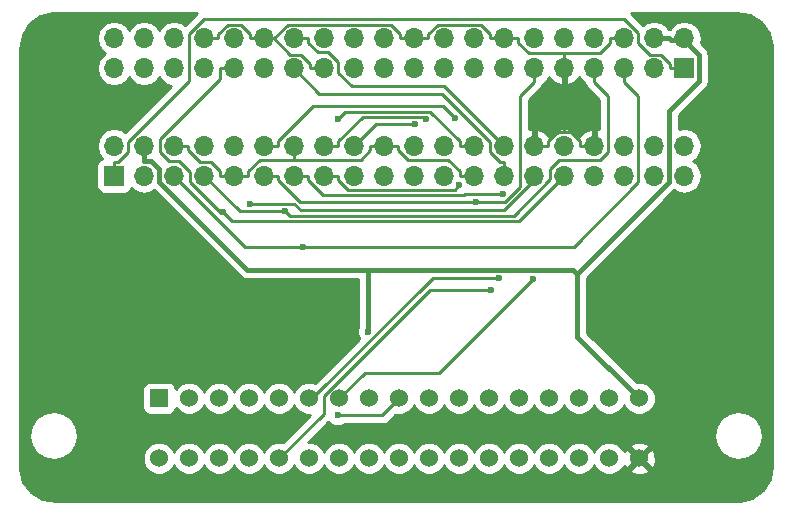
<source format=gtl>
G04 #@! TF.FileFunction,Copper,L1,Top,Signal*
%FSLAX46Y46*%
G04 Gerber Fmt 4.6, Leading zero omitted, Abs format (unit mm)*
G04 Created by KiCad (PCBNEW 4.0.7) date 06/27/18 09:49:36*
%MOMM*%
%LPD*%
G01*
G04 APERTURE LIST*
%ADD10C,0.100000*%
%ADD11R,1.524000X1.524000*%
%ADD12C,1.524000*%
%ADD13R,1.700000X1.700000*%
%ADD14O,1.700000X1.700000*%
%ADD15C,0.600000*%
%ADD16C,0.400000*%
%ADD17C,0.250000*%
%ADD18C,0.254000*%
G04 APERTURE END LIST*
D10*
D11*
X133350000Y-111760000D03*
D12*
X133350000Y-116840000D03*
X135890000Y-111760000D03*
X135890000Y-116840000D03*
X138430000Y-111760000D03*
X138430000Y-116840000D03*
X140970000Y-111760000D03*
X140970000Y-116840000D03*
X143510000Y-111760000D03*
X143510000Y-116840000D03*
X146050000Y-111760000D03*
X146050000Y-116840000D03*
X148590000Y-111760000D03*
X148590000Y-116840000D03*
X151130000Y-111760000D03*
X151130000Y-116840000D03*
X153670000Y-111760000D03*
X153670000Y-116840000D03*
X156210000Y-111760000D03*
X156210000Y-116840000D03*
X158750000Y-111760000D03*
X158750000Y-116840000D03*
X161290000Y-111760000D03*
X161290000Y-116840000D03*
X163830000Y-111760000D03*
X163830000Y-116840000D03*
X166370000Y-111760000D03*
X166370000Y-116840000D03*
X168910000Y-111760000D03*
X168910000Y-116840000D03*
X171450000Y-111760000D03*
X171450000Y-116840000D03*
X173990000Y-111760000D03*
X173990000Y-116840000D03*
D13*
X177800000Y-83820000D03*
D14*
X177800000Y-81280000D03*
X175260000Y-83820000D03*
X175260000Y-81280000D03*
X172720000Y-83820000D03*
X172720000Y-81280000D03*
X170180000Y-83820000D03*
X170180000Y-81280000D03*
X167640000Y-83820000D03*
X167640000Y-81280000D03*
X165100000Y-83820000D03*
X165100000Y-81280000D03*
X162560000Y-83820000D03*
X162560000Y-81280000D03*
X160020000Y-83820000D03*
X160020000Y-81280000D03*
X157480000Y-83820000D03*
X157480000Y-81280000D03*
X154940000Y-83820000D03*
X154940000Y-81280000D03*
X152400000Y-83820000D03*
X152400000Y-81280000D03*
X149860000Y-83820000D03*
X149860000Y-81280000D03*
X147320000Y-83820000D03*
X147320000Y-81280000D03*
X144780000Y-83820000D03*
X144780000Y-81280000D03*
X142240000Y-83820000D03*
X142240000Y-81280000D03*
X139700000Y-83820000D03*
X139700000Y-81280000D03*
X137160000Y-83820000D03*
X137160000Y-81280000D03*
X134620000Y-83820000D03*
X134620000Y-81280000D03*
X132080000Y-83820000D03*
X132080000Y-81280000D03*
X129540000Y-83820000D03*
X129540000Y-81280000D03*
D13*
X129540000Y-92913200D03*
D14*
X129540000Y-90373200D03*
X132080000Y-92913200D03*
X132080000Y-90373200D03*
X134620000Y-92913200D03*
X134620000Y-90373200D03*
X137160000Y-92913200D03*
X137160000Y-90373200D03*
X139700000Y-92913200D03*
X139700000Y-90373200D03*
X142240000Y-92913200D03*
X142240000Y-90373200D03*
X144780000Y-92913200D03*
X144780000Y-90373200D03*
X147320000Y-92913200D03*
X147320000Y-90373200D03*
X149860000Y-92913200D03*
X149860000Y-90373200D03*
X152400000Y-92913200D03*
X152400000Y-90373200D03*
X154940000Y-92913200D03*
X154940000Y-90373200D03*
X157480000Y-92913200D03*
X157480000Y-90373200D03*
X160020000Y-92913200D03*
X160020000Y-90373200D03*
X162560000Y-92913200D03*
X162560000Y-90373200D03*
X165100000Y-92913200D03*
X165100000Y-90373200D03*
X167640000Y-92913200D03*
X167640000Y-90373200D03*
X170180000Y-92913200D03*
X170180000Y-90373200D03*
X172720000Y-92913200D03*
X172720000Y-90373200D03*
X175260000Y-92913200D03*
X175260000Y-90373200D03*
X177800000Y-92913200D03*
X177800000Y-90373200D03*
D15*
X151052100Y-106146700D03*
X145541200Y-98924700D03*
X144032500Y-95910600D03*
X162444100Y-94433700D03*
X158417800Y-88022900D03*
X158750000Y-93704400D03*
X155962400Y-88110900D03*
X155013600Y-88549800D03*
X160209700Y-95170600D03*
X148495300Y-88087200D03*
X141046000Y-95284000D03*
X138719800Y-95957600D03*
X162119800Y-101585600D03*
X164997200Y-101658500D03*
X148456600Y-113189300D03*
X161458600Y-102546000D03*
D16*
X177800000Y-81280000D02*
X177800000Y-81436200D01*
X175260000Y-81280000D02*
X176510300Y-81280000D01*
X176666500Y-81436200D02*
X177800000Y-81436200D01*
X176510300Y-81280000D02*
X176666500Y-81436200D01*
X176530000Y-93420400D02*
X168764900Y-101185500D01*
X176530000Y-87394400D02*
X176530000Y-93420400D01*
X179050400Y-84874000D02*
X176530000Y-87394400D01*
X179050400Y-82686600D02*
X179050400Y-84874000D01*
X177800000Y-81436200D02*
X179050400Y-82686600D01*
X168764900Y-106534900D02*
X173990000Y-111760000D01*
X168764900Y-101185500D02*
X168764900Y-106534900D01*
X132080000Y-90373200D02*
X132080000Y-91623500D01*
X168424700Y-100845300D02*
X168764900Y-101185500D01*
X151052100Y-100845300D02*
X168424700Y-100845300D01*
X151052100Y-106146700D02*
X151052100Y-100845300D01*
X132627100Y-91623500D02*
X132080000Y-91623500D01*
X133330300Y-92326700D02*
X132627100Y-91623500D01*
X133330300Y-93411800D02*
X133330300Y-92326700D01*
X140763800Y-100845300D02*
X133330300Y-93411800D01*
X151052100Y-100845300D02*
X140763800Y-100845300D01*
D17*
X172720000Y-83820000D02*
X172720000Y-84995300D01*
X140631500Y-98924700D02*
X145541200Y-98924700D01*
X134620000Y-92913200D02*
X140631500Y-98924700D01*
X173895300Y-86170600D02*
X172720000Y-84995300D01*
X173895300Y-93474600D02*
X173895300Y-86170600D01*
X168445200Y-98924700D02*
X173895300Y-93474600D01*
X145541200Y-98924700D02*
X168445200Y-98924700D01*
X147320000Y-83820000D02*
X146144700Y-83820000D01*
X134620000Y-90373200D02*
X135795300Y-90373200D01*
X144780000Y-90373200D02*
X144780000Y-91548500D01*
X138524700Y-92545800D02*
X138524700Y-92913200D01*
X137716800Y-91737900D02*
X138524700Y-92545800D01*
X136792600Y-91737900D02*
X137716800Y-91737900D01*
X135795300Y-90740600D02*
X136792600Y-91737900D01*
X135795300Y-90373200D02*
X135795300Y-90740600D01*
X139700000Y-92913200D02*
X140875300Y-92913200D01*
X139700000Y-92913200D02*
X138524700Y-92913200D01*
X160020000Y-92913200D02*
X158844700Y-92913200D01*
X158844700Y-92545800D02*
X158844700Y-92913200D01*
X157847400Y-91548500D02*
X158844700Y-92545800D01*
X154383200Y-91548500D02*
X157847400Y-91548500D01*
X153575300Y-90740600D02*
X154383200Y-91548500D01*
X153575300Y-90373200D02*
X153575300Y-90740600D01*
X141872700Y-91548500D02*
X144780000Y-91548500D01*
X140875300Y-92545900D02*
X141872700Y-91548500D01*
X140875300Y-92913200D02*
X140875300Y-92545900D01*
X151224700Y-90740600D02*
X151224700Y-90373200D01*
X150416800Y-91548500D02*
X151224700Y-90740600D01*
X144780000Y-91548500D02*
X150416800Y-91548500D01*
X152400000Y-90373200D02*
X151224700Y-90373200D01*
X165100000Y-90373200D02*
X166275300Y-90373200D01*
X170180000Y-90373200D02*
X169004700Y-90373200D01*
X167640000Y-83820000D02*
X167640000Y-84995300D01*
X172720000Y-81280000D02*
X171544700Y-81280000D01*
X167640000Y-89197900D02*
X167640000Y-84995300D01*
X167083300Y-89197900D02*
X167640000Y-89197900D01*
X166275300Y-90005900D02*
X167083300Y-89197900D01*
X166275300Y-90373200D02*
X166275300Y-90005900D01*
X169004700Y-90005800D02*
X169004700Y-90373200D01*
X168196800Y-89197900D02*
X169004700Y-90005800D01*
X167640000Y-89197900D02*
X168196800Y-89197900D01*
X167640000Y-83820000D02*
X167640000Y-82644700D01*
X152400000Y-90373200D02*
X153575300Y-90373200D01*
X161384700Y-80912600D02*
X161384700Y-81280000D01*
X160576800Y-80104700D02*
X161384700Y-80912600D01*
X156923300Y-80104700D02*
X160576800Y-80104700D01*
X156115300Y-80912700D02*
X156923300Y-80104700D01*
X156115300Y-81280000D02*
X156115300Y-80912700D01*
X154940000Y-81280000D02*
X156115300Y-81280000D01*
X162560000Y-81280000D02*
X161384700Y-81280000D01*
X167640000Y-82550000D02*
X167640000Y-82644700D01*
X170642100Y-82550000D02*
X167640000Y-82550000D01*
X171544700Y-81647400D02*
X170642100Y-82550000D01*
X171544700Y-81280000D02*
X171544700Y-81647400D01*
X163735300Y-81647300D02*
X163735300Y-81280000D01*
X164638000Y-82550000D02*
X163735300Y-81647300D01*
X167640000Y-82550000D02*
X164638000Y-82550000D01*
X162560000Y-81280000D02*
X163735300Y-81280000D01*
X138335300Y-80912600D02*
X138335300Y-81280000D01*
X139143200Y-80104700D02*
X138335300Y-80912600D01*
X140256700Y-80104700D02*
X139143200Y-80104700D01*
X141064700Y-80912700D02*
X140256700Y-80104700D01*
X141064700Y-81280000D02*
X141064700Y-80912700D01*
X142240000Y-81280000D02*
X141064700Y-81280000D01*
X137160000Y-81280000D02*
X138335300Y-81280000D01*
X154940000Y-81280000D02*
X153764700Y-81280000D01*
X143099700Y-81280000D02*
X142240000Y-81280000D01*
X144464400Y-82644700D02*
X143099700Y-81280000D01*
X145336800Y-82644700D02*
X144464400Y-82644700D01*
X146144700Y-83452600D02*
X145336800Y-82644700D01*
X146144700Y-83820000D02*
X146144700Y-83452600D01*
X153764700Y-80912600D02*
X153764700Y-81280000D01*
X152956800Y-80104700D02*
X153764700Y-80912600D01*
X144275000Y-80104700D02*
X152956800Y-80104700D01*
X143099700Y-81280000D02*
X144275000Y-80104700D01*
X170180000Y-83820000D02*
X170180000Y-84995300D01*
X144400800Y-96278900D02*
X144032500Y-95910600D01*
X163400700Y-96278900D02*
X144400800Y-96278900D01*
X166464600Y-93215000D02*
X163400700Y-96278900D01*
X166464600Y-92330800D02*
X166464600Y-93215000D01*
X167246800Y-91548600D02*
X166464600Y-92330800D01*
X170705600Y-91548600D02*
X167246800Y-91548600D01*
X171355300Y-90898900D02*
X170705600Y-91548600D01*
X171355300Y-86170600D02*
X171355300Y-90898900D01*
X170180000Y-84995300D02*
X171355300Y-86170600D01*
X140157400Y-95910600D02*
X144032500Y-95910600D01*
X137160000Y-92913200D02*
X140157400Y-95910600D01*
X144780000Y-92913200D02*
X145955300Y-92913200D01*
X159256700Y-94433700D02*
X162444100Y-94433700D01*
X159144100Y-94546300D02*
X159256700Y-94433700D01*
X147245600Y-94546300D02*
X159144100Y-94546300D01*
X145955300Y-93256000D02*
X147245600Y-94546300D01*
X145955300Y-92913200D02*
X145955300Y-93256000D01*
X142240000Y-90373200D02*
X143415300Y-90373200D01*
X143415300Y-90005900D02*
X143415300Y-90373200D01*
X146414600Y-87006600D02*
X143415300Y-90005900D01*
X157401500Y-87006600D02*
X146414600Y-87006600D01*
X158417800Y-88022900D02*
X157401500Y-87006600D01*
X147320000Y-92913200D02*
X148495300Y-92913200D01*
X158358400Y-94096000D02*
X158750000Y-93704400D01*
X149310800Y-94096000D02*
X158358400Y-94096000D01*
X148495300Y-93280500D02*
X149310800Y-94096000D01*
X148495300Y-92913200D02*
X148495300Y-93280500D01*
X147320000Y-90373200D02*
X148495300Y-90373200D01*
X155776000Y-87924500D02*
X155962400Y-88110900D01*
X150576600Y-87924500D02*
X155776000Y-87924500D01*
X148495300Y-90005800D02*
X150576600Y-87924500D01*
X148495300Y-90373200D02*
X148495300Y-90005800D01*
X151683400Y-88549800D02*
X155013600Y-88549800D01*
X149860000Y-90373200D02*
X151683400Y-88549800D01*
X142240000Y-92913200D02*
X143415300Y-92913200D01*
X165100000Y-83820000D02*
X165100000Y-84995300D01*
X145305300Y-95170600D02*
X160209700Y-95170600D01*
X143415300Y-93280600D02*
X145305300Y-95170600D01*
X143415300Y-92913200D02*
X143415300Y-93280600D01*
X163924700Y-86170600D02*
X165100000Y-84995300D01*
X163924700Y-93837500D02*
X163924700Y-86170600D01*
X162591600Y-95170600D02*
X163924700Y-93837500D01*
X160209700Y-95170600D02*
X162591600Y-95170600D01*
X149108400Y-87474100D02*
X148495300Y-88087200D01*
X156325200Y-87474100D02*
X149108400Y-87474100D01*
X158844700Y-89993600D02*
X156325200Y-87474100D01*
X158844700Y-90373200D02*
X158844700Y-89993600D01*
X160020000Y-90373200D02*
X158844700Y-90373200D01*
X162192600Y-91737900D02*
X162560000Y-91737900D01*
X161384700Y-90930000D02*
X162192600Y-91737900D01*
X161384700Y-90071500D02*
X161384700Y-90930000D01*
X157276700Y-85963500D02*
X161384700Y-90071500D01*
X146923500Y-85963500D02*
X157276700Y-85963500D01*
X144780000Y-83820000D02*
X146923500Y-85963500D01*
X162560000Y-92913200D02*
X162560000Y-91737900D01*
X144780000Y-81280000D02*
X145955300Y-81280000D01*
X145955300Y-81647400D02*
X145955300Y-81280000D01*
X146763200Y-82455300D02*
X145955300Y-81647400D01*
X147656300Y-82455300D02*
X146763200Y-82455300D01*
X148495400Y-83294400D02*
X147656300Y-82455300D01*
X148495400Y-84165200D02*
X148495400Y-83294400D01*
X149641500Y-85311300D02*
X148495400Y-84165200D01*
X157498100Y-85311300D02*
X149641500Y-85311300D01*
X162560000Y-90373200D02*
X157498100Y-85311300D01*
X144781800Y-95284000D02*
X141046000Y-95284000D01*
X145326300Y-95828500D02*
X144781800Y-95284000D01*
X162570800Y-95828500D02*
X145326300Y-95828500D01*
X165100000Y-93299300D02*
X162570800Y-95828500D01*
X165100000Y-92913200D02*
X165100000Y-93299300D01*
X139700000Y-83820000D02*
X138524700Y-83820000D01*
X138492800Y-95957600D02*
X138719800Y-95957600D01*
X135948800Y-93413600D02*
X138492800Y-95957600D01*
X135948800Y-92557800D02*
X135948800Y-93413600D01*
X135067600Y-91676600D02*
X135948800Y-92557800D01*
X134222400Y-91676600D02*
X135067600Y-91676600D01*
X133444600Y-90898800D02*
X134222400Y-91676600D01*
X133444600Y-89835500D02*
X133444600Y-90898800D01*
X138524700Y-84755400D02*
X133444600Y-89835500D01*
X138524700Y-83820000D02*
X138524700Y-84755400D01*
X163795400Y-96757800D02*
X167640000Y-92913200D01*
X139520000Y-96757800D02*
X163795400Y-96757800D01*
X138719800Y-95957600D02*
X139520000Y-96757800D01*
X156497600Y-101585600D02*
X162119800Y-101585600D01*
X146323200Y-111760000D02*
X156497600Y-101585600D01*
X146050000Y-111760000D02*
X146323200Y-111760000D01*
X150751100Y-109598900D02*
X148590000Y-111760000D01*
X157056800Y-109598900D02*
X150751100Y-109598900D01*
X164997200Y-101658500D02*
X157056800Y-109598900D01*
X152240700Y-113189300D02*
X148456600Y-113189300D01*
X153670000Y-111760000D02*
X152240700Y-113189300D01*
X147282100Y-113067900D02*
X143510000Y-116840000D01*
X147282100Y-111514900D02*
X147282100Y-113067900D01*
X156251000Y-102546000D02*
X147282100Y-111514900D01*
X161458600Y-102546000D02*
X156251000Y-102546000D01*
X176624700Y-83452600D02*
X176624700Y-83820000D01*
X175816800Y-82644700D02*
X176624700Y-83452600D01*
X174908100Y-82644700D02*
X175816800Y-82644700D01*
X173895300Y-81631900D02*
X174908100Y-82644700D01*
X173895300Y-80778700D02*
X173895300Y-81631900D01*
X172737300Y-79620700D02*
X173895300Y-80778700D01*
X137140700Y-79620700D02*
X172737300Y-79620700D01*
X135890000Y-80871400D02*
X137140700Y-79620700D01*
X135890000Y-84847600D02*
X135890000Y-80871400D01*
X130715300Y-90022300D02*
X135890000Y-84847600D01*
X130715300Y-90930000D02*
X130715300Y-90022300D01*
X129907400Y-91737900D02*
X130715300Y-90930000D01*
X129540000Y-91737900D02*
X129907400Y-91737900D01*
X129540000Y-92913200D02*
X129540000Y-91737900D01*
X177800000Y-83820000D02*
X176624700Y-83820000D01*
D18*
G36*
X135559569Y-80127029D02*
X135188285Y-79878946D01*
X134620000Y-79765907D01*
X134051715Y-79878946D01*
X133569946Y-80200853D01*
X133350000Y-80530026D01*
X133130054Y-80200853D01*
X132648285Y-79878946D01*
X132080000Y-79765907D01*
X131511715Y-79878946D01*
X131029946Y-80200853D01*
X130810000Y-80530026D01*
X130590054Y-80200853D01*
X130108285Y-79878946D01*
X129540000Y-79765907D01*
X128971715Y-79878946D01*
X128489946Y-80200853D01*
X128168039Y-80682622D01*
X128055000Y-81250907D01*
X128055000Y-81309093D01*
X128168039Y-81877378D01*
X128489946Y-82359147D01*
X128775578Y-82550000D01*
X128489946Y-82740853D01*
X128168039Y-83222622D01*
X128055000Y-83790907D01*
X128055000Y-83849093D01*
X128168039Y-84417378D01*
X128489946Y-84899147D01*
X128971715Y-85221054D01*
X129540000Y-85334093D01*
X130108285Y-85221054D01*
X130590054Y-84899147D01*
X130810000Y-84569974D01*
X131029946Y-84899147D01*
X131511715Y-85221054D01*
X132080000Y-85334093D01*
X132648285Y-85221054D01*
X133130054Y-84899147D01*
X133350000Y-84569974D01*
X133569946Y-84899147D01*
X134051715Y-85221054D01*
X134377034Y-85285764D01*
X130457389Y-89205409D01*
X130108285Y-88972146D01*
X129540000Y-88859107D01*
X128971715Y-88972146D01*
X128489946Y-89294053D01*
X128168039Y-89775822D01*
X128055000Y-90344107D01*
X128055000Y-90402293D01*
X128168039Y-90970578D01*
X128489946Y-91452347D01*
X128491179Y-91453171D01*
X128454683Y-91460038D01*
X128238559Y-91599110D01*
X128093569Y-91811310D01*
X128042560Y-92063200D01*
X128042560Y-93763200D01*
X128086838Y-93998517D01*
X128225910Y-94214641D01*
X128438110Y-94359631D01*
X128690000Y-94410640D01*
X130390000Y-94410640D01*
X130625317Y-94366362D01*
X130841441Y-94227290D01*
X130986431Y-94015090D01*
X131000086Y-93947659D01*
X131029946Y-93992347D01*
X131511715Y-94314254D01*
X132080000Y-94427293D01*
X132648285Y-94314254D01*
X132890226Y-94152594D01*
X140173366Y-101435735D01*
X140444260Y-101616740D01*
X140763800Y-101680300D01*
X150217100Y-101680300D01*
X150217100Y-105719466D01*
X150117262Y-105959901D01*
X150116938Y-106331867D01*
X150258983Y-106675643D01*
X150295837Y-106712561D01*
X146552423Y-110455975D01*
X146329100Y-110363243D01*
X145773339Y-110362758D01*
X145259697Y-110574990D01*
X144866371Y-110967630D01*
X144780051Y-111175512D01*
X144695010Y-110969697D01*
X144302370Y-110576371D01*
X143789100Y-110363243D01*
X143233339Y-110362758D01*
X142719697Y-110574990D01*
X142326371Y-110967630D01*
X142240051Y-111175512D01*
X142155010Y-110969697D01*
X141762370Y-110576371D01*
X141249100Y-110363243D01*
X140693339Y-110362758D01*
X140179697Y-110574990D01*
X139786371Y-110967630D01*
X139700051Y-111175512D01*
X139615010Y-110969697D01*
X139222370Y-110576371D01*
X138709100Y-110363243D01*
X138153339Y-110362758D01*
X137639697Y-110574990D01*
X137246371Y-110967630D01*
X137160051Y-111175512D01*
X137075010Y-110969697D01*
X136682370Y-110576371D01*
X136169100Y-110363243D01*
X135613339Y-110362758D01*
X135099697Y-110574990D01*
X134746237Y-110927833D01*
X134715162Y-110762683D01*
X134576090Y-110546559D01*
X134363890Y-110401569D01*
X134112000Y-110350560D01*
X132588000Y-110350560D01*
X132352683Y-110394838D01*
X132136559Y-110533910D01*
X131991569Y-110746110D01*
X131940560Y-110998000D01*
X131940560Y-112522000D01*
X131984838Y-112757317D01*
X132123910Y-112973441D01*
X132336110Y-113118431D01*
X132588000Y-113169440D01*
X134112000Y-113169440D01*
X134347317Y-113125162D01*
X134563441Y-112986090D01*
X134708431Y-112773890D01*
X134745492Y-112590876D01*
X135097630Y-112943629D01*
X135610900Y-113156757D01*
X136166661Y-113157242D01*
X136680303Y-112945010D01*
X137073629Y-112552370D01*
X137159949Y-112344488D01*
X137244990Y-112550303D01*
X137637630Y-112943629D01*
X138150900Y-113156757D01*
X138706661Y-113157242D01*
X139220303Y-112945010D01*
X139613629Y-112552370D01*
X139699949Y-112344488D01*
X139784990Y-112550303D01*
X140177630Y-112943629D01*
X140690900Y-113156757D01*
X141246661Y-113157242D01*
X141760303Y-112945010D01*
X142153629Y-112552370D01*
X142239949Y-112344488D01*
X142324990Y-112550303D01*
X142717630Y-112943629D01*
X143230900Y-113156757D01*
X143786661Y-113157242D01*
X144300303Y-112945010D01*
X144693629Y-112552370D01*
X144779949Y-112344488D01*
X144864990Y-112550303D01*
X145257630Y-112943629D01*
X145770900Y-113156757D01*
X146118138Y-113157060D01*
X143819381Y-115455817D01*
X143789100Y-115443243D01*
X143233339Y-115442758D01*
X142719697Y-115654990D01*
X142326371Y-116047630D01*
X142240051Y-116255512D01*
X142155010Y-116049697D01*
X141762370Y-115656371D01*
X141249100Y-115443243D01*
X140693339Y-115442758D01*
X140179697Y-115654990D01*
X139786371Y-116047630D01*
X139700051Y-116255512D01*
X139615010Y-116049697D01*
X139222370Y-115656371D01*
X138709100Y-115443243D01*
X138153339Y-115442758D01*
X137639697Y-115654990D01*
X137246371Y-116047630D01*
X137160051Y-116255512D01*
X137075010Y-116049697D01*
X136682370Y-115656371D01*
X136169100Y-115443243D01*
X135613339Y-115442758D01*
X135099697Y-115654990D01*
X134706371Y-116047630D01*
X134620051Y-116255512D01*
X134535010Y-116049697D01*
X134142370Y-115656371D01*
X133629100Y-115443243D01*
X133073339Y-115442758D01*
X132559697Y-115654990D01*
X132166371Y-116047630D01*
X131953243Y-116560900D01*
X131952758Y-117116661D01*
X132164990Y-117630303D01*
X132557630Y-118023629D01*
X133070900Y-118236757D01*
X133626661Y-118237242D01*
X134140303Y-118025010D01*
X134533629Y-117632370D01*
X134619949Y-117424488D01*
X134704990Y-117630303D01*
X135097630Y-118023629D01*
X135610900Y-118236757D01*
X136166661Y-118237242D01*
X136680303Y-118025010D01*
X137073629Y-117632370D01*
X137159949Y-117424488D01*
X137244990Y-117630303D01*
X137637630Y-118023629D01*
X138150900Y-118236757D01*
X138706661Y-118237242D01*
X139220303Y-118025010D01*
X139613629Y-117632370D01*
X139699949Y-117424488D01*
X139784990Y-117630303D01*
X140177630Y-118023629D01*
X140690900Y-118236757D01*
X141246661Y-118237242D01*
X141760303Y-118025010D01*
X142153629Y-117632370D01*
X142239949Y-117424488D01*
X142324990Y-117630303D01*
X142717630Y-118023629D01*
X143230900Y-118236757D01*
X143786661Y-118237242D01*
X144300303Y-118025010D01*
X144693629Y-117632370D01*
X144779949Y-117424488D01*
X144864990Y-117630303D01*
X145257630Y-118023629D01*
X145770900Y-118236757D01*
X146326661Y-118237242D01*
X146840303Y-118025010D01*
X147233629Y-117632370D01*
X147319949Y-117424488D01*
X147404990Y-117630303D01*
X147797630Y-118023629D01*
X148310900Y-118236757D01*
X148866661Y-118237242D01*
X149380303Y-118025010D01*
X149773629Y-117632370D01*
X149859949Y-117424488D01*
X149944990Y-117630303D01*
X150337630Y-118023629D01*
X150850900Y-118236757D01*
X151406661Y-118237242D01*
X151920303Y-118025010D01*
X152313629Y-117632370D01*
X152399949Y-117424488D01*
X152484990Y-117630303D01*
X152877630Y-118023629D01*
X153390900Y-118236757D01*
X153946661Y-118237242D01*
X154460303Y-118025010D01*
X154853629Y-117632370D01*
X154939949Y-117424488D01*
X155024990Y-117630303D01*
X155417630Y-118023629D01*
X155930900Y-118236757D01*
X156486661Y-118237242D01*
X157000303Y-118025010D01*
X157393629Y-117632370D01*
X157479949Y-117424488D01*
X157564990Y-117630303D01*
X157957630Y-118023629D01*
X158470900Y-118236757D01*
X159026661Y-118237242D01*
X159540303Y-118025010D01*
X159933629Y-117632370D01*
X160019949Y-117424488D01*
X160104990Y-117630303D01*
X160497630Y-118023629D01*
X161010900Y-118236757D01*
X161566661Y-118237242D01*
X162080303Y-118025010D01*
X162473629Y-117632370D01*
X162559949Y-117424488D01*
X162644990Y-117630303D01*
X163037630Y-118023629D01*
X163550900Y-118236757D01*
X164106661Y-118237242D01*
X164620303Y-118025010D01*
X165013629Y-117632370D01*
X165099949Y-117424488D01*
X165184990Y-117630303D01*
X165577630Y-118023629D01*
X166090900Y-118236757D01*
X166646661Y-118237242D01*
X167160303Y-118025010D01*
X167553629Y-117632370D01*
X167639949Y-117424488D01*
X167724990Y-117630303D01*
X168117630Y-118023629D01*
X168630900Y-118236757D01*
X169186661Y-118237242D01*
X169700303Y-118025010D01*
X170093629Y-117632370D01*
X170179949Y-117424488D01*
X170264990Y-117630303D01*
X170657630Y-118023629D01*
X171170900Y-118236757D01*
X171726661Y-118237242D01*
X172240303Y-118025010D01*
X172445457Y-117820213D01*
X173189392Y-117820213D01*
X173258857Y-118062397D01*
X173782302Y-118249144D01*
X174337368Y-118221362D01*
X174721143Y-118062397D01*
X174790608Y-117820213D01*
X173990000Y-117019605D01*
X173189392Y-117820213D01*
X172445457Y-117820213D01*
X172633629Y-117632370D01*
X172713395Y-117440273D01*
X172767603Y-117571143D01*
X173009787Y-117640608D01*
X173810395Y-116840000D01*
X174169605Y-116840000D01*
X174970213Y-117640608D01*
X175212397Y-117571143D01*
X175399144Y-117047698D01*
X175371362Y-116492632D01*
X175212397Y-116108857D01*
X174970213Y-116039392D01*
X174169605Y-116840000D01*
X173810395Y-116840000D01*
X173009787Y-116039392D01*
X172767603Y-116108857D01*
X172717491Y-116249318D01*
X172635010Y-116049697D01*
X172445432Y-115859787D01*
X173189392Y-115859787D01*
X173990000Y-116660395D01*
X174790608Y-115859787D01*
X174721143Y-115617603D01*
X174197698Y-115430856D01*
X173642632Y-115458638D01*
X173258857Y-115617603D01*
X173189392Y-115859787D01*
X172445432Y-115859787D01*
X172242370Y-115656371D01*
X171729100Y-115443243D01*
X171173339Y-115442758D01*
X170659697Y-115654990D01*
X170266371Y-116047630D01*
X170180051Y-116255512D01*
X170095010Y-116049697D01*
X169702370Y-115656371D01*
X169189100Y-115443243D01*
X168633339Y-115442758D01*
X168119697Y-115654990D01*
X167726371Y-116047630D01*
X167640051Y-116255512D01*
X167555010Y-116049697D01*
X167162370Y-115656371D01*
X166649100Y-115443243D01*
X166093339Y-115442758D01*
X165579697Y-115654990D01*
X165186371Y-116047630D01*
X165100051Y-116255512D01*
X165015010Y-116049697D01*
X164622370Y-115656371D01*
X164109100Y-115443243D01*
X163553339Y-115442758D01*
X163039697Y-115654990D01*
X162646371Y-116047630D01*
X162560051Y-116255512D01*
X162475010Y-116049697D01*
X162082370Y-115656371D01*
X161569100Y-115443243D01*
X161013339Y-115442758D01*
X160499697Y-115654990D01*
X160106371Y-116047630D01*
X160020051Y-116255512D01*
X159935010Y-116049697D01*
X159542370Y-115656371D01*
X159029100Y-115443243D01*
X158473339Y-115442758D01*
X157959697Y-115654990D01*
X157566371Y-116047630D01*
X157480051Y-116255512D01*
X157395010Y-116049697D01*
X157002370Y-115656371D01*
X156489100Y-115443243D01*
X155933339Y-115442758D01*
X155419697Y-115654990D01*
X155026371Y-116047630D01*
X154940051Y-116255512D01*
X154855010Y-116049697D01*
X154462370Y-115656371D01*
X153949100Y-115443243D01*
X153393339Y-115442758D01*
X152879697Y-115654990D01*
X152486371Y-116047630D01*
X152400051Y-116255512D01*
X152315010Y-116049697D01*
X151922370Y-115656371D01*
X151409100Y-115443243D01*
X150853339Y-115442758D01*
X150339697Y-115654990D01*
X149946371Y-116047630D01*
X149860051Y-116255512D01*
X149775010Y-116049697D01*
X149382370Y-115656371D01*
X148869100Y-115443243D01*
X148313339Y-115442758D01*
X147799697Y-115654990D01*
X147406371Y-116047630D01*
X147320051Y-116255512D01*
X147235010Y-116049697D01*
X146842370Y-115656371D01*
X146329100Y-115443243D01*
X145981862Y-115442940D01*
X146515202Y-114909600D01*
X180301528Y-114909600D01*
X180461067Y-115711655D01*
X180915395Y-116391605D01*
X181595345Y-116845933D01*
X182397400Y-117005472D01*
X183199455Y-116845933D01*
X183879405Y-116391605D01*
X184333733Y-115711655D01*
X184493272Y-114909600D01*
X184333733Y-114107545D01*
X183879405Y-113427595D01*
X183199455Y-112973267D01*
X182397400Y-112813728D01*
X181595345Y-112973267D01*
X180915395Y-113427595D01*
X180461067Y-114107545D01*
X180301528Y-114909600D01*
X146515202Y-114909600D01*
X147685002Y-113739800D01*
X147926273Y-113981492D01*
X148269801Y-114124138D01*
X148641767Y-114124462D01*
X148985543Y-113982417D01*
X149018718Y-113949300D01*
X152240700Y-113949300D01*
X152531539Y-113891448D01*
X152778101Y-113726701D01*
X153360619Y-113144183D01*
X153390900Y-113156757D01*
X153946661Y-113157242D01*
X154460303Y-112945010D01*
X154853629Y-112552370D01*
X154939949Y-112344488D01*
X155024990Y-112550303D01*
X155417630Y-112943629D01*
X155930900Y-113156757D01*
X156486661Y-113157242D01*
X157000303Y-112945010D01*
X157393629Y-112552370D01*
X157479949Y-112344488D01*
X157564990Y-112550303D01*
X157957630Y-112943629D01*
X158470900Y-113156757D01*
X159026661Y-113157242D01*
X159540303Y-112945010D01*
X159933629Y-112552370D01*
X160019949Y-112344488D01*
X160104990Y-112550303D01*
X160497630Y-112943629D01*
X161010900Y-113156757D01*
X161566661Y-113157242D01*
X162080303Y-112945010D01*
X162473629Y-112552370D01*
X162559949Y-112344488D01*
X162644990Y-112550303D01*
X163037630Y-112943629D01*
X163550900Y-113156757D01*
X164106661Y-113157242D01*
X164620303Y-112945010D01*
X165013629Y-112552370D01*
X165099949Y-112344488D01*
X165184990Y-112550303D01*
X165577630Y-112943629D01*
X166090900Y-113156757D01*
X166646661Y-113157242D01*
X167160303Y-112945010D01*
X167553629Y-112552370D01*
X167639949Y-112344488D01*
X167724990Y-112550303D01*
X168117630Y-112943629D01*
X168630900Y-113156757D01*
X169186661Y-113157242D01*
X169700303Y-112945010D01*
X170093629Y-112552370D01*
X170179949Y-112344488D01*
X170264990Y-112550303D01*
X170657630Y-112943629D01*
X171170900Y-113156757D01*
X171726661Y-113157242D01*
X172240303Y-112945010D01*
X172633629Y-112552370D01*
X172719949Y-112344488D01*
X172804990Y-112550303D01*
X173197630Y-112943629D01*
X173710900Y-113156757D01*
X174266661Y-113157242D01*
X174780303Y-112945010D01*
X175173629Y-112552370D01*
X175386757Y-112039100D01*
X175387242Y-111483339D01*
X175175010Y-110969697D01*
X174782370Y-110576371D01*
X174269100Y-110363243D01*
X173773679Y-110362811D01*
X169599900Y-106189032D01*
X169599900Y-101531368D01*
X176983120Y-94148148D01*
X177231715Y-94314254D01*
X177800000Y-94427293D01*
X178368285Y-94314254D01*
X178850054Y-93992347D01*
X179171961Y-93510578D01*
X179285000Y-92942293D01*
X179285000Y-92884107D01*
X179171961Y-92315822D01*
X178850054Y-91834053D01*
X178564422Y-91643200D01*
X178850054Y-91452347D01*
X179171961Y-90970578D01*
X179285000Y-90402293D01*
X179285000Y-90344107D01*
X179171961Y-89775822D01*
X178850054Y-89294053D01*
X178368285Y-88972146D01*
X177800000Y-88859107D01*
X177365000Y-88945634D01*
X177365000Y-87740268D01*
X179640834Y-85464434D01*
X179743155Y-85311300D01*
X179821839Y-85193541D01*
X179885400Y-84874000D01*
X179885400Y-82686600D01*
X179858556Y-82551645D01*
X179821840Y-82367060D01*
X179640834Y-82096166D01*
X179213453Y-81668785D01*
X179285000Y-81309093D01*
X179285000Y-81250907D01*
X179171961Y-80682622D01*
X178850054Y-80200853D01*
X178368285Y-79878946D01*
X177800000Y-79765907D01*
X177231715Y-79878946D01*
X176749946Y-80200853D01*
X176577836Y-80458434D01*
X176510300Y-80445000D01*
X176473187Y-80445000D01*
X176310054Y-80200853D01*
X175828285Y-79878946D01*
X175260000Y-79765907D01*
X174691715Y-79878946D01*
X174319232Y-80127830D01*
X173336602Y-79145200D01*
X182225993Y-79145200D01*
X183395835Y-79334616D01*
X184332571Y-79913093D01*
X184978153Y-80808124D01*
X185241252Y-81886782D01*
X185241252Y-117463290D01*
X185054726Y-118615283D01*
X184476247Y-119552020D01*
X183581218Y-120197601D01*
X182492147Y-120463240D01*
X124616559Y-120463240D01*
X123446717Y-120273824D01*
X122509980Y-119695345D01*
X121864399Y-118800316D01*
X121601300Y-117721658D01*
X121601300Y-114909600D01*
X122311756Y-114909600D01*
X122471295Y-115711655D01*
X122925623Y-116391605D01*
X123605573Y-116845933D01*
X124407628Y-117005472D01*
X125209683Y-116845933D01*
X125889633Y-116391605D01*
X126343961Y-115711655D01*
X126503500Y-114909600D01*
X126343961Y-114107545D01*
X125889633Y-113427595D01*
X125209683Y-112973267D01*
X124407628Y-112813728D01*
X123605573Y-112973267D01*
X122925623Y-113427595D01*
X122471295Y-114107545D01*
X122311756Y-114909600D01*
X121601300Y-114909600D01*
X121601300Y-82155876D01*
X121789974Y-80990617D01*
X122368451Y-80053881D01*
X123263482Y-79408299D01*
X124342140Y-79145200D01*
X136541398Y-79145200D01*
X135559569Y-80127029D01*
X135559569Y-80127029D01*
G37*
X135559569Y-80127029D02*
X135188285Y-79878946D01*
X134620000Y-79765907D01*
X134051715Y-79878946D01*
X133569946Y-80200853D01*
X133350000Y-80530026D01*
X133130054Y-80200853D01*
X132648285Y-79878946D01*
X132080000Y-79765907D01*
X131511715Y-79878946D01*
X131029946Y-80200853D01*
X130810000Y-80530026D01*
X130590054Y-80200853D01*
X130108285Y-79878946D01*
X129540000Y-79765907D01*
X128971715Y-79878946D01*
X128489946Y-80200853D01*
X128168039Y-80682622D01*
X128055000Y-81250907D01*
X128055000Y-81309093D01*
X128168039Y-81877378D01*
X128489946Y-82359147D01*
X128775578Y-82550000D01*
X128489946Y-82740853D01*
X128168039Y-83222622D01*
X128055000Y-83790907D01*
X128055000Y-83849093D01*
X128168039Y-84417378D01*
X128489946Y-84899147D01*
X128971715Y-85221054D01*
X129540000Y-85334093D01*
X130108285Y-85221054D01*
X130590054Y-84899147D01*
X130810000Y-84569974D01*
X131029946Y-84899147D01*
X131511715Y-85221054D01*
X132080000Y-85334093D01*
X132648285Y-85221054D01*
X133130054Y-84899147D01*
X133350000Y-84569974D01*
X133569946Y-84899147D01*
X134051715Y-85221054D01*
X134377034Y-85285764D01*
X130457389Y-89205409D01*
X130108285Y-88972146D01*
X129540000Y-88859107D01*
X128971715Y-88972146D01*
X128489946Y-89294053D01*
X128168039Y-89775822D01*
X128055000Y-90344107D01*
X128055000Y-90402293D01*
X128168039Y-90970578D01*
X128489946Y-91452347D01*
X128491179Y-91453171D01*
X128454683Y-91460038D01*
X128238559Y-91599110D01*
X128093569Y-91811310D01*
X128042560Y-92063200D01*
X128042560Y-93763200D01*
X128086838Y-93998517D01*
X128225910Y-94214641D01*
X128438110Y-94359631D01*
X128690000Y-94410640D01*
X130390000Y-94410640D01*
X130625317Y-94366362D01*
X130841441Y-94227290D01*
X130986431Y-94015090D01*
X131000086Y-93947659D01*
X131029946Y-93992347D01*
X131511715Y-94314254D01*
X132080000Y-94427293D01*
X132648285Y-94314254D01*
X132890226Y-94152594D01*
X140173366Y-101435735D01*
X140444260Y-101616740D01*
X140763800Y-101680300D01*
X150217100Y-101680300D01*
X150217100Y-105719466D01*
X150117262Y-105959901D01*
X150116938Y-106331867D01*
X150258983Y-106675643D01*
X150295837Y-106712561D01*
X146552423Y-110455975D01*
X146329100Y-110363243D01*
X145773339Y-110362758D01*
X145259697Y-110574990D01*
X144866371Y-110967630D01*
X144780051Y-111175512D01*
X144695010Y-110969697D01*
X144302370Y-110576371D01*
X143789100Y-110363243D01*
X143233339Y-110362758D01*
X142719697Y-110574990D01*
X142326371Y-110967630D01*
X142240051Y-111175512D01*
X142155010Y-110969697D01*
X141762370Y-110576371D01*
X141249100Y-110363243D01*
X140693339Y-110362758D01*
X140179697Y-110574990D01*
X139786371Y-110967630D01*
X139700051Y-111175512D01*
X139615010Y-110969697D01*
X139222370Y-110576371D01*
X138709100Y-110363243D01*
X138153339Y-110362758D01*
X137639697Y-110574990D01*
X137246371Y-110967630D01*
X137160051Y-111175512D01*
X137075010Y-110969697D01*
X136682370Y-110576371D01*
X136169100Y-110363243D01*
X135613339Y-110362758D01*
X135099697Y-110574990D01*
X134746237Y-110927833D01*
X134715162Y-110762683D01*
X134576090Y-110546559D01*
X134363890Y-110401569D01*
X134112000Y-110350560D01*
X132588000Y-110350560D01*
X132352683Y-110394838D01*
X132136559Y-110533910D01*
X131991569Y-110746110D01*
X131940560Y-110998000D01*
X131940560Y-112522000D01*
X131984838Y-112757317D01*
X132123910Y-112973441D01*
X132336110Y-113118431D01*
X132588000Y-113169440D01*
X134112000Y-113169440D01*
X134347317Y-113125162D01*
X134563441Y-112986090D01*
X134708431Y-112773890D01*
X134745492Y-112590876D01*
X135097630Y-112943629D01*
X135610900Y-113156757D01*
X136166661Y-113157242D01*
X136680303Y-112945010D01*
X137073629Y-112552370D01*
X137159949Y-112344488D01*
X137244990Y-112550303D01*
X137637630Y-112943629D01*
X138150900Y-113156757D01*
X138706661Y-113157242D01*
X139220303Y-112945010D01*
X139613629Y-112552370D01*
X139699949Y-112344488D01*
X139784990Y-112550303D01*
X140177630Y-112943629D01*
X140690900Y-113156757D01*
X141246661Y-113157242D01*
X141760303Y-112945010D01*
X142153629Y-112552370D01*
X142239949Y-112344488D01*
X142324990Y-112550303D01*
X142717630Y-112943629D01*
X143230900Y-113156757D01*
X143786661Y-113157242D01*
X144300303Y-112945010D01*
X144693629Y-112552370D01*
X144779949Y-112344488D01*
X144864990Y-112550303D01*
X145257630Y-112943629D01*
X145770900Y-113156757D01*
X146118138Y-113157060D01*
X143819381Y-115455817D01*
X143789100Y-115443243D01*
X143233339Y-115442758D01*
X142719697Y-115654990D01*
X142326371Y-116047630D01*
X142240051Y-116255512D01*
X142155010Y-116049697D01*
X141762370Y-115656371D01*
X141249100Y-115443243D01*
X140693339Y-115442758D01*
X140179697Y-115654990D01*
X139786371Y-116047630D01*
X139700051Y-116255512D01*
X139615010Y-116049697D01*
X139222370Y-115656371D01*
X138709100Y-115443243D01*
X138153339Y-115442758D01*
X137639697Y-115654990D01*
X137246371Y-116047630D01*
X137160051Y-116255512D01*
X137075010Y-116049697D01*
X136682370Y-115656371D01*
X136169100Y-115443243D01*
X135613339Y-115442758D01*
X135099697Y-115654990D01*
X134706371Y-116047630D01*
X134620051Y-116255512D01*
X134535010Y-116049697D01*
X134142370Y-115656371D01*
X133629100Y-115443243D01*
X133073339Y-115442758D01*
X132559697Y-115654990D01*
X132166371Y-116047630D01*
X131953243Y-116560900D01*
X131952758Y-117116661D01*
X132164990Y-117630303D01*
X132557630Y-118023629D01*
X133070900Y-118236757D01*
X133626661Y-118237242D01*
X134140303Y-118025010D01*
X134533629Y-117632370D01*
X134619949Y-117424488D01*
X134704990Y-117630303D01*
X135097630Y-118023629D01*
X135610900Y-118236757D01*
X136166661Y-118237242D01*
X136680303Y-118025010D01*
X137073629Y-117632370D01*
X137159949Y-117424488D01*
X137244990Y-117630303D01*
X137637630Y-118023629D01*
X138150900Y-118236757D01*
X138706661Y-118237242D01*
X139220303Y-118025010D01*
X139613629Y-117632370D01*
X139699949Y-117424488D01*
X139784990Y-117630303D01*
X140177630Y-118023629D01*
X140690900Y-118236757D01*
X141246661Y-118237242D01*
X141760303Y-118025010D01*
X142153629Y-117632370D01*
X142239949Y-117424488D01*
X142324990Y-117630303D01*
X142717630Y-118023629D01*
X143230900Y-118236757D01*
X143786661Y-118237242D01*
X144300303Y-118025010D01*
X144693629Y-117632370D01*
X144779949Y-117424488D01*
X144864990Y-117630303D01*
X145257630Y-118023629D01*
X145770900Y-118236757D01*
X146326661Y-118237242D01*
X146840303Y-118025010D01*
X147233629Y-117632370D01*
X147319949Y-117424488D01*
X147404990Y-117630303D01*
X147797630Y-118023629D01*
X148310900Y-118236757D01*
X148866661Y-118237242D01*
X149380303Y-118025010D01*
X149773629Y-117632370D01*
X149859949Y-117424488D01*
X149944990Y-117630303D01*
X150337630Y-118023629D01*
X150850900Y-118236757D01*
X151406661Y-118237242D01*
X151920303Y-118025010D01*
X152313629Y-117632370D01*
X152399949Y-117424488D01*
X152484990Y-117630303D01*
X152877630Y-118023629D01*
X153390900Y-118236757D01*
X153946661Y-118237242D01*
X154460303Y-118025010D01*
X154853629Y-117632370D01*
X154939949Y-117424488D01*
X155024990Y-117630303D01*
X155417630Y-118023629D01*
X155930900Y-118236757D01*
X156486661Y-118237242D01*
X157000303Y-118025010D01*
X157393629Y-117632370D01*
X157479949Y-117424488D01*
X157564990Y-117630303D01*
X157957630Y-118023629D01*
X158470900Y-118236757D01*
X159026661Y-118237242D01*
X159540303Y-118025010D01*
X159933629Y-117632370D01*
X160019949Y-117424488D01*
X160104990Y-117630303D01*
X160497630Y-118023629D01*
X161010900Y-118236757D01*
X161566661Y-118237242D01*
X162080303Y-118025010D01*
X162473629Y-117632370D01*
X162559949Y-117424488D01*
X162644990Y-117630303D01*
X163037630Y-118023629D01*
X163550900Y-118236757D01*
X164106661Y-118237242D01*
X164620303Y-118025010D01*
X165013629Y-117632370D01*
X165099949Y-117424488D01*
X165184990Y-117630303D01*
X165577630Y-118023629D01*
X166090900Y-118236757D01*
X166646661Y-118237242D01*
X167160303Y-118025010D01*
X167553629Y-117632370D01*
X167639949Y-117424488D01*
X167724990Y-117630303D01*
X168117630Y-118023629D01*
X168630900Y-118236757D01*
X169186661Y-118237242D01*
X169700303Y-118025010D01*
X170093629Y-117632370D01*
X170179949Y-117424488D01*
X170264990Y-117630303D01*
X170657630Y-118023629D01*
X171170900Y-118236757D01*
X171726661Y-118237242D01*
X172240303Y-118025010D01*
X172445457Y-117820213D01*
X173189392Y-117820213D01*
X173258857Y-118062397D01*
X173782302Y-118249144D01*
X174337368Y-118221362D01*
X174721143Y-118062397D01*
X174790608Y-117820213D01*
X173990000Y-117019605D01*
X173189392Y-117820213D01*
X172445457Y-117820213D01*
X172633629Y-117632370D01*
X172713395Y-117440273D01*
X172767603Y-117571143D01*
X173009787Y-117640608D01*
X173810395Y-116840000D01*
X174169605Y-116840000D01*
X174970213Y-117640608D01*
X175212397Y-117571143D01*
X175399144Y-117047698D01*
X175371362Y-116492632D01*
X175212397Y-116108857D01*
X174970213Y-116039392D01*
X174169605Y-116840000D01*
X173810395Y-116840000D01*
X173009787Y-116039392D01*
X172767603Y-116108857D01*
X172717491Y-116249318D01*
X172635010Y-116049697D01*
X172445432Y-115859787D01*
X173189392Y-115859787D01*
X173990000Y-116660395D01*
X174790608Y-115859787D01*
X174721143Y-115617603D01*
X174197698Y-115430856D01*
X173642632Y-115458638D01*
X173258857Y-115617603D01*
X173189392Y-115859787D01*
X172445432Y-115859787D01*
X172242370Y-115656371D01*
X171729100Y-115443243D01*
X171173339Y-115442758D01*
X170659697Y-115654990D01*
X170266371Y-116047630D01*
X170180051Y-116255512D01*
X170095010Y-116049697D01*
X169702370Y-115656371D01*
X169189100Y-115443243D01*
X168633339Y-115442758D01*
X168119697Y-115654990D01*
X167726371Y-116047630D01*
X167640051Y-116255512D01*
X167555010Y-116049697D01*
X167162370Y-115656371D01*
X166649100Y-115443243D01*
X166093339Y-115442758D01*
X165579697Y-115654990D01*
X165186371Y-116047630D01*
X165100051Y-116255512D01*
X165015010Y-116049697D01*
X164622370Y-115656371D01*
X164109100Y-115443243D01*
X163553339Y-115442758D01*
X163039697Y-115654990D01*
X162646371Y-116047630D01*
X162560051Y-116255512D01*
X162475010Y-116049697D01*
X162082370Y-115656371D01*
X161569100Y-115443243D01*
X161013339Y-115442758D01*
X160499697Y-115654990D01*
X160106371Y-116047630D01*
X160020051Y-116255512D01*
X159935010Y-116049697D01*
X159542370Y-115656371D01*
X159029100Y-115443243D01*
X158473339Y-115442758D01*
X157959697Y-115654990D01*
X157566371Y-116047630D01*
X157480051Y-116255512D01*
X157395010Y-116049697D01*
X157002370Y-115656371D01*
X156489100Y-115443243D01*
X155933339Y-115442758D01*
X155419697Y-115654990D01*
X155026371Y-116047630D01*
X154940051Y-116255512D01*
X154855010Y-116049697D01*
X154462370Y-115656371D01*
X153949100Y-115443243D01*
X153393339Y-115442758D01*
X152879697Y-115654990D01*
X152486371Y-116047630D01*
X152400051Y-116255512D01*
X152315010Y-116049697D01*
X151922370Y-115656371D01*
X151409100Y-115443243D01*
X150853339Y-115442758D01*
X150339697Y-115654990D01*
X149946371Y-116047630D01*
X149860051Y-116255512D01*
X149775010Y-116049697D01*
X149382370Y-115656371D01*
X148869100Y-115443243D01*
X148313339Y-115442758D01*
X147799697Y-115654990D01*
X147406371Y-116047630D01*
X147320051Y-116255512D01*
X147235010Y-116049697D01*
X146842370Y-115656371D01*
X146329100Y-115443243D01*
X145981862Y-115442940D01*
X146515202Y-114909600D01*
X180301528Y-114909600D01*
X180461067Y-115711655D01*
X180915395Y-116391605D01*
X181595345Y-116845933D01*
X182397400Y-117005472D01*
X183199455Y-116845933D01*
X183879405Y-116391605D01*
X184333733Y-115711655D01*
X184493272Y-114909600D01*
X184333733Y-114107545D01*
X183879405Y-113427595D01*
X183199455Y-112973267D01*
X182397400Y-112813728D01*
X181595345Y-112973267D01*
X180915395Y-113427595D01*
X180461067Y-114107545D01*
X180301528Y-114909600D01*
X146515202Y-114909600D01*
X147685002Y-113739800D01*
X147926273Y-113981492D01*
X148269801Y-114124138D01*
X148641767Y-114124462D01*
X148985543Y-113982417D01*
X149018718Y-113949300D01*
X152240700Y-113949300D01*
X152531539Y-113891448D01*
X152778101Y-113726701D01*
X153360619Y-113144183D01*
X153390900Y-113156757D01*
X153946661Y-113157242D01*
X154460303Y-112945010D01*
X154853629Y-112552370D01*
X154939949Y-112344488D01*
X155024990Y-112550303D01*
X155417630Y-112943629D01*
X155930900Y-113156757D01*
X156486661Y-113157242D01*
X157000303Y-112945010D01*
X157393629Y-112552370D01*
X157479949Y-112344488D01*
X157564990Y-112550303D01*
X157957630Y-112943629D01*
X158470900Y-113156757D01*
X159026661Y-113157242D01*
X159540303Y-112945010D01*
X159933629Y-112552370D01*
X160019949Y-112344488D01*
X160104990Y-112550303D01*
X160497630Y-112943629D01*
X161010900Y-113156757D01*
X161566661Y-113157242D01*
X162080303Y-112945010D01*
X162473629Y-112552370D01*
X162559949Y-112344488D01*
X162644990Y-112550303D01*
X163037630Y-112943629D01*
X163550900Y-113156757D01*
X164106661Y-113157242D01*
X164620303Y-112945010D01*
X165013629Y-112552370D01*
X165099949Y-112344488D01*
X165184990Y-112550303D01*
X165577630Y-112943629D01*
X166090900Y-113156757D01*
X166646661Y-113157242D01*
X167160303Y-112945010D01*
X167553629Y-112552370D01*
X167639949Y-112344488D01*
X167724990Y-112550303D01*
X168117630Y-112943629D01*
X168630900Y-113156757D01*
X169186661Y-113157242D01*
X169700303Y-112945010D01*
X170093629Y-112552370D01*
X170179949Y-112344488D01*
X170264990Y-112550303D01*
X170657630Y-112943629D01*
X171170900Y-113156757D01*
X171726661Y-113157242D01*
X172240303Y-112945010D01*
X172633629Y-112552370D01*
X172719949Y-112344488D01*
X172804990Y-112550303D01*
X173197630Y-112943629D01*
X173710900Y-113156757D01*
X174266661Y-113157242D01*
X174780303Y-112945010D01*
X175173629Y-112552370D01*
X175386757Y-112039100D01*
X175387242Y-111483339D01*
X175175010Y-110969697D01*
X174782370Y-110576371D01*
X174269100Y-110363243D01*
X173773679Y-110362811D01*
X169599900Y-106189032D01*
X169599900Y-101531368D01*
X176983120Y-94148148D01*
X177231715Y-94314254D01*
X177800000Y-94427293D01*
X178368285Y-94314254D01*
X178850054Y-93992347D01*
X179171961Y-93510578D01*
X179285000Y-92942293D01*
X179285000Y-92884107D01*
X179171961Y-92315822D01*
X178850054Y-91834053D01*
X178564422Y-91643200D01*
X178850054Y-91452347D01*
X179171961Y-90970578D01*
X179285000Y-90402293D01*
X179285000Y-90344107D01*
X179171961Y-89775822D01*
X178850054Y-89294053D01*
X178368285Y-88972146D01*
X177800000Y-88859107D01*
X177365000Y-88945634D01*
X177365000Y-87740268D01*
X179640834Y-85464434D01*
X179743155Y-85311300D01*
X179821839Y-85193541D01*
X179885400Y-84874000D01*
X179885400Y-82686600D01*
X179858556Y-82551645D01*
X179821840Y-82367060D01*
X179640834Y-82096166D01*
X179213453Y-81668785D01*
X179285000Y-81309093D01*
X179285000Y-81250907D01*
X179171961Y-80682622D01*
X178850054Y-80200853D01*
X178368285Y-79878946D01*
X177800000Y-79765907D01*
X177231715Y-79878946D01*
X176749946Y-80200853D01*
X176577836Y-80458434D01*
X176510300Y-80445000D01*
X176473187Y-80445000D01*
X176310054Y-80200853D01*
X175828285Y-79878946D01*
X175260000Y-79765907D01*
X174691715Y-79878946D01*
X174319232Y-80127830D01*
X173336602Y-79145200D01*
X182225993Y-79145200D01*
X183395835Y-79334616D01*
X184332571Y-79913093D01*
X184978153Y-80808124D01*
X185241252Y-81886782D01*
X185241252Y-117463290D01*
X185054726Y-118615283D01*
X184476247Y-119552020D01*
X183581218Y-120197601D01*
X182492147Y-120463240D01*
X124616559Y-120463240D01*
X123446717Y-120273824D01*
X122509980Y-119695345D01*
X121864399Y-118800316D01*
X121601300Y-117721658D01*
X121601300Y-114909600D01*
X122311756Y-114909600D01*
X122471295Y-115711655D01*
X122925623Y-116391605D01*
X123605573Y-116845933D01*
X124407628Y-117005472D01*
X125209683Y-116845933D01*
X125889633Y-116391605D01*
X126343961Y-115711655D01*
X126503500Y-114909600D01*
X126343961Y-114107545D01*
X125889633Y-113427595D01*
X125209683Y-112973267D01*
X124407628Y-112813728D01*
X123605573Y-112973267D01*
X122925623Y-113427595D01*
X122471295Y-114107545D01*
X122311756Y-114909600D01*
X121601300Y-114909600D01*
X121601300Y-82155876D01*
X121789974Y-80990617D01*
X122368451Y-80053881D01*
X123263482Y-79408299D01*
X124342140Y-79145200D01*
X136541398Y-79145200D01*
X135559569Y-80127029D01*
G36*
X139827000Y-92786200D02*
X139847000Y-92786200D01*
X139847000Y-93040200D01*
X139827000Y-93040200D01*
X139827000Y-93060200D01*
X139573000Y-93060200D01*
X139573000Y-93040200D01*
X139553000Y-93040200D01*
X139553000Y-92786200D01*
X139573000Y-92786200D01*
X139573000Y-92766200D01*
X139827000Y-92766200D01*
X139827000Y-92786200D01*
X139827000Y-92786200D01*
G37*
X139827000Y-92786200D02*
X139847000Y-92786200D01*
X139847000Y-93040200D01*
X139827000Y-93040200D01*
X139827000Y-93060200D01*
X139573000Y-93060200D01*
X139573000Y-93040200D01*
X139553000Y-93040200D01*
X139553000Y-92786200D01*
X139573000Y-92786200D01*
X139573000Y-92766200D01*
X139827000Y-92766200D01*
X139827000Y-92786200D01*
G36*
X160147000Y-92786200D02*
X160167000Y-92786200D01*
X160167000Y-93040200D01*
X160147000Y-93040200D01*
X160147000Y-93060200D01*
X159893000Y-93060200D01*
X159893000Y-93040200D01*
X159873000Y-93040200D01*
X159873000Y-92786200D01*
X159893000Y-92786200D01*
X159893000Y-92766200D01*
X160147000Y-92766200D01*
X160147000Y-92786200D01*
X160147000Y-92786200D01*
G37*
X160147000Y-92786200D02*
X160167000Y-92786200D01*
X160167000Y-93040200D01*
X160147000Y-93040200D01*
X160147000Y-93060200D01*
X159893000Y-93060200D01*
X159893000Y-93040200D01*
X159873000Y-93040200D01*
X159873000Y-92786200D01*
X159893000Y-92786200D01*
X159893000Y-92766200D01*
X160147000Y-92766200D01*
X160147000Y-92786200D01*
G36*
X134747000Y-90246200D02*
X134767000Y-90246200D01*
X134767000Y-90500200D01*
X134747000Y-90500200D01*
X134747000Y-90520200D01*
X134493000Y-90520200D01*
X134493000Y-90500200D01*
X134473000Y-90500200D01*
X134473000Y-90246200D01*
X134493000Y-90246200D01*
X134493000Y-90226200D01*
X134747000Y-90226200D01*
X134747000Y-90246200D01*
X134747000Y-90246200D01*
G37*
X134747000Y-90246200D02*
X134767000Y-90246200D01*
X134767000Y-90500200D01*
X134747000Y-90500200D01*
X134747000Y-90520200D01*
X134493000Y-90520200D01*
X134493000Y-90500200D01*
X134473000Y-90500200D01*
X134473000Y-90246200D01*
X134493000Y-90246200D01*
X134493000Y-90226200D01*
X134747000Y-90226200D01*
X134747000Y-90246200D01*
G36*
X167767000Y-83693000D02*
X167787000Y-83693000D01*
X167787000Y-83947000D01*
X167767000Y-83947000D01*
X167767000Y-85140155D01*
X167996890Y-85261476D01*
X168406924Y-85091645D01*
X168835183Y-84701358D01*
X168902298Y-84558447D01*
X169129946Y-84899147D01*
X169442402Y-85107923D01*
X169477852Y-85286139D01*
X169642599Y-85532701D01*
X170595300Y-86485402D01*
X170595300Y-88955917D01*
X170536890Y-88931724D01*
X170307000Y-89053045D01*
X170307000Y-90246200D01*
X170327000Y-90246200D01*
X170327000Y-90500200D01*
X170307000Y-90500200D01*
X170307000Y-90520200D01*
X170053000Y-90520200D01*
X170053000Y-90500200D01*
X170033000Y-90500200D01*
X170033000Y-90246200D01*
X170053000Y-90246200D01*
X170053000Y-89053045D01*
X169823110Y-88931724D01*
X169413076Y-89101555D01*
X168984817Y-89491842D01*
X168917702Y-89634753D01*
X168690054Y-89294053D01*
X168208285Y-88972146D01*
X167640000Y-88859107D01*
X167071715Y-88972146D01*
X166589946Y-89294053D01*
X166362298Y-89634753D01*
X166295183Y-89491842D01*
X165866924Y-89101555D01*
X165456890Y-88931724D01*
X165227000Y-89053045D01*
X165227000Y-90246200D01*
X165247000Y-90246200D01*
X165247000Y-90500200D01*
X165227000Y-90500200D01*
X165227000Y-90520200D01*
X164973000Y-90520200D01*
X164973000Y-90500200D01*
X164953000Y-90500200D01*
X164953000Y-90246200D01*
X164973000Y-90246200D01*
X164973000Y-89053045D01*
X164743110Y-88931724D01*
X164684700Y-88955917D01*
X164684700Y-86485402D01*
X165637401Y-85532701D01*
X165802148Y-85286140D01*
X165837598Y-85107923D01*
X166150054Y-84899147D01*
X166377702Y-84558447D01*
X166444817Y-84701358D01*
X166873076Y-85091645D01*
X167283110Y-85261476D01*
X167513000Y-85140155D01*
X167513000Y-83947000D01*
X167493000Y-83947000D01*
X167493000Y-83693000D01*
X167513000Y-83693000D01*
X167513000Y-83673000D01*
X167767000Y-83673000D01*
X167767000Y-83693000D01*
X167767000Y-83693000D01*
G37*
X167767000Y-83693000D02*
X167787000Y-83693000D01*
X167787000Y-83947000D01*
X167767000Y-83947000D01*
X167767000Y-85140155D01*
X167996890Y-85261476D01*
X168406924Y-85091645D01*
X168835183Y-84701358D01*
X168902298Y-84558447D01*
X169129946Y-84899147D01*
X169442402Y-85107923D01*
X169477852Y-85286139D01*
X169642599Y-85532701D01*
X170595300Y-86485402D01*
X170595300Y-88955917D01*
X170536890Y-88931724D01*
X170307000Y-89053045D01*
X170307000Y-90246200D01*
X170327000Y-90246200D01*
X170327000Y-90500200D01*
X170307000Y-90500200D01*
X170307000Y-90520200D01*
X170053000Y-90520200D01*
X170053000Y-90500200D01*
X170033000Y-90500200D01*
X170033000Y-90246200D01*
X170053000Y-90246200D01*
X170053000Y-89053045D01*
X169823110Y-88931724D01*
X169413076Y-89101555D01*
X168984817Y-89491842D01*
X168917702Y-89634753D01*
X168690054Y-89294053D01*
X168208285Y-88972146D01*
X167640000Y-88859107D01*
X167071715Y-88972146D01*
X166589946Y-89294053D01*
X166362298Y-89634753D01*
X166295183Y-89491842D01*
X165866924Y-89101555D01*
X165456890Y-88931724D01*
X165227000Y-89053045D01*
X165227000Y-90246200D01*
X165247000Y-90246200D01*
X165247000Y-90500200D01*
X165227000Y-90500200D01*
X165227000Y-90520200D01*
X164973000Y-90520200D01*
X164973000Y-90500200D01*
X164953000Y-90500200D01*
X164953000Y-90246200D01*
X164973000Y-90246200D01*
X164973000Y-89053045D01*
X164743110Y-88931724D01*
X164684700Y-88955917D01*
X164684700Y-86485402D01*
X165637401Y-85532701D01*
X165802148Y-85286140D01*
X165837598Y-85107923D01*
X166150054Y-84899147D01*
X166377702Y-84558447D01*
X166444817Y-84701358D01*
X166873076Y-85091645D01*
X167283110Y-85261476D01*
X167513000Y-85140155D01*
X167513000Y-83947000D01*
X167493000Y-83947000D01*
X167493000Y-83693000D01*
X167513000Y-83693000D01*
X167513000Y-83673000D01*
X167767000Y-83673000D01*
X167767000Y-83693000D01*
G36*
X152527000Y-90246200D02*
X152547000Y-90246200D01*
X152547000Y-90500200D01*
X152527000Y-90500200D01*
X152527000Y-90520200D01*
X152273000Y-90520200D01*
X152273000Y-90500200D01*
X152253000Y-90500200D01*
X152253000Y-90246200D01*
X152273000Y-90246200D01*
X152273000Y-90226200D01*
X152527000Y-90226200D01*
X152527000Y-90246200D01*
X152527000Y-90246200D01*
G37*
X152527000Y-90246200D02*
X152547000Y-90246200D01*
X152547000Y-90500200D01*
X152527000Y-90500200D01*
X152527000Y-90520200D01*
X152273000Y-90520200D01*
X152273000Y-90500200D01*
X152253000Y-90500200D01*
X152253000Y-90246200D01*
X152273000Y-90246200D01*
X152273000Y-90226200D01*
X152527000Y-90226200D01*
X152527000Y-90246200D01*
G36*
X144907000Y-90246200D02*
X144927000Y-90246200D01*
X144927000Y-90500200D01*
X144907000Y-90500200D01*
X144907000Y-90520200D01*
X144653000Y-90520200D01*
X144653000Y-90500200D01*
X144633000Y-90500200D01*
X144633000Y-90246200D01*
X144653000Y-90246200D01*
X144653000Y-90226200D01*
X144907000Y-90226200D01*
X144907000Y-90246200D01*
X144907000Y-90246200D01*
G37*
X144907000Y-90246200D02*
X144927000Y-90246200D01*
X144927000Y-90500200D01*
X144907000Y-90500200D01*
X144907000Y-90520200D01*
X144653000Y-90520200D01*
X144653000Y-90500200D01*
X144633000Y-90500200D01*
X144633000Y-90246200D01*
X144653000Y-90246200D01*
X144653000Y-90226200D01*
X144907000Y-90226200D01*
X144907000Y-90246200D01*
G36*
X147447000Y-83693000D02*
X147467000Y-83693000D01*
X147467000Y-83947000D01*
X147447000Y-83947000D01*
X147447000Y-83967000D01*
X147193000Y-83967000D01*
X147193000Y-83947000D01*
X147173000Y-83947000D01*
X147173000Y-83693000D01*
X147193000Y-83693000D01*
X147193000Y-83673000D01*
X147447000Y-83673000D01*
X147447000Y-83693000D01*
X147447000Y-83693000D01*
G37*
X147447000Y-83693000D02*
X147467000Y-83693000D01*
X147467000Y-83947000D01*
X147447000Y-83947000D01*
X147447000Y-83967000D01*
X147193000Y-83967000D01*
X147193000Y-83947000D01*
X147173000Y-83947000D01*
X147173000Y-83693000D01*
X147193000Y-83693000D01*
X147193000Y-83673000D01*
X147447000Y-83673000D01*
X147447000Y-83693000D01*
G36*
X172847000Y-81153000D02*
X172867000Y-81153000D01*
X172867000Y-81407000D01*
X172847000Y-81407000D01*
X172847000Y-81427000D01*
X172593000Y-81427000D01*
X172593000Y-81407000D01*
X172573000Y-81407000D01*
X172573000Y-81153000D01*
X172593000Y-81153000D01*
X172593000Y-81133000D01*
X172847000Y-81133000D01*
X172847000Y-81153000D01*
X172847000Y-81153000D01*
G37*
X172847000Y-81153000D02*
X172867000Y-81153000D01*
X172867000Y-81407000D01*
X172847000Y-81407000D01*
X172847000Y-81427000D01*
X172593000Y-81427000D01*
X172593000Y-81407000D01*
X172573000Y-81407000D01*
X172573000Y-81153000D01*
X172593000Y-81153000D01*
X172593000Y-81133000D01*
X172847000Y-81133000D01*
X172847000Y-81153000D01*
G36*
X162687000Y-81153000D02*
X162707000Y-81153000D01*
X162707000Y-81407000D01*
X162687000Y-81407000D01*
X162687000Y-81427000D01*
X162433000Y-81427000D01*
X162433000Y-81407000D01*
X162413000Y-81407000D01*
X162413000Y-81153000D01*
X162433000Y-81153000D01*
X162433000Y-81133000D01*
X162687000Y-81133000D01*
X162687000Y-81153000D01*
X162687000Y-81153000D01*
G37*
X162687000Y-81153000D02*
X162707000Y-81153000D01*
X162707000Y-81407000D01*
X162687000Y-81407000D01*
X162687000Y-81427000D01*
X162433000Y-81427000D01*
X162433000Y-81407000D01*
X162413000Y-81407000D01*
X162413000Y-81153000D01*
X162433000Y-81153000D01*
X162433000Y-81133000D01*
X162687000Y-81133000D01*
X162687000Y-81153000D01*
G36*
X155067000Y-81153000D02*
X155087000Y-81153000D01*
X155087000Y-81407000D01*
X155067000Y-81407000D01*
X155067000Y-81427000D01*
X154813000Y-81427000D01*
X154813000Y-81407000D01*
X154793000Y-81407000D01*
X154793000Y-81153000D01*
X154813000Y-81153000D01*
X154813000Y-81133000D01*
X155067000Y-81133000D01*
X155067000Y-81153000D01*
X155067000Y-81153000D01*
G37*
X155067000Y-81153000D02*
X155087000Y-81153000D01*
X155087000Y-81407000D01*
X155067000Y-81407000D01*
X155067000Y-81427000D01*
X154813000Y-81427000D01*
X154813000Y-81407000D01*
X154793000Y-81407000D01*
X154793000Y-81153000D01*
X154813000Y-81153000D01*
X154813000Y-81133000D01*
X155067000Y-81133000D01*
X155067000Y-81153000D01*
G36*
X142367000Y-81153000D02*
X142387000Y-81153000D01*
X142387000Y-81407000D01*
X142367000Y-81407000D01*
X142367000Y-81427000D01*
X142113000Y-81427000D01*
X142113000Y-81407000D01*
X142093000Y-81407000D01*
X142093000Y-81153000D01*
X142113000Y-81153000D01*
X142113000Y-81133000D01*
X142367000Y-81133000D01*
X142367000Y-81153000D01*
X142367000Y-81153000D01*
G37*
X142367000Y-81153000D02*
X142387000Y-81153000D01*
X142387000Y-81407000D01*
X142367000Y-81407000D01*
X142367000Y-81427000D01*
X142113000Y-81427000D01*
X142113000Y-81407000D01*
X142093000Y-81407000D01*
X142093000Y-81153000D01*
X142113000Y-81153000D01*
X142113000Y-81133000D01*
X142367000Y-81133000D01*
X142367000Y-81153000D01*
G36*
X137287000Y-81153000D02*
X137307000Y-81153000D01*
X137307000Y-81407000D01*
X137287000Y-81407000D01*
X137287000Y-81427000D01*
X137033000Y-81427000D01*
X137033000Y-81407000D01*
X137013000Y-81407000D01*
X137013000Y-81153000D01*
X137033000Y-81153000D01*
X137033000Y-81133000D01*
X137287000Y-81133000D01*
X137287000Y-81153000D01*
X137287000Y-81153000D01*
G37*
X137287000Y-81153000D02*
X137307000Y-81153000D01*
X137307000Y-81407000D01*
X137287000Y-81407000D01*
X137287000Y-81427000D01*
X137033000Y-81427000D01*
X137033000Y-81407000D01*
X137013000Y-81407000D01*
X137013000Y-81153000D01*
X137033000Y-81153000D01*
X137033000Y-81133000D01*
X137287000Y-81133000D01*
X137287000Y-81153000D01*
M02*

</source>
